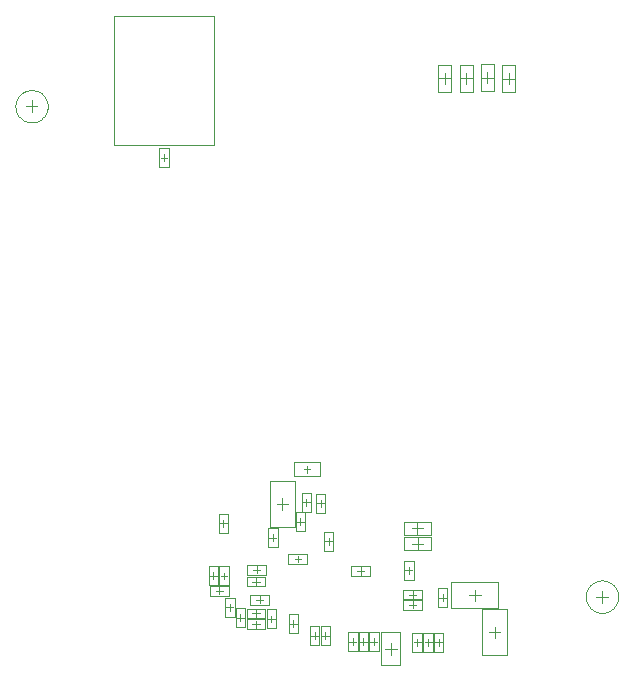
<source format=gbr>
%FSLAX44Y44*%
%MOMM*%
%SFA1B1*%

%IPPOS*%
%ADD117C,0.100000*%
%ADD124C,0.050000*%
G54D117*
X318999Y63999D02*
Y73999D01*
X313999Y68999D02*
X323999D01*
X385249Y114249D02*
X395249D01*
X390249Y109249D02*
Y119249D01*
X497999Y108249D02*
Y118249D01*
X492999Y113249D02*
X502999D01*
X14999Y523499D02*
Y533499D01*
X9999Y528499D02*
X19999D01*
G54D124*
X511699Y113249D02*
D01*
X511666Y114205*
X511566Y115156*
X511400Y116098*
X511169Y117026*
X510873Y117935*
X510515Y118822*
X510096Y119681*
X509618Y120509*
X509083Y121302*
X508494Y122056*
X507854Y122766*
X507166Y123431*
X506434Y124045*
X505660Y124607*
X504849Y125114*
X504005Y125563*
X503132Y125952*
X502233Y126279*
X501314Y126542*
X500378Y126741*
X499431Y126874*
X498478Y126941*
X497521*
X496567Y126874*
X495620Y126741*
X494685Y126542*
X493766Y126279*
X492867Y125952*
X491994Y125563*
X491149Y125114*
X490338Y124607*
X489565Y124045*
X488832Y123431*
X488144Y122766*
X487504Y122056*
X486916Y121302*
X486381Y120509*
X485903Y119681*
X485484Y118822*
X485126Y117935*
X484830Y117026*
X484599Y116098*
X484433Y115156*
X484333Y114205*
X484299Y113249*
X484333Y112294*
X484433Y111343*
X484599Y110401*
X484830Y109473*
X485126Y108564*
X485484Y107677*
X485903Y106818*
X486381Y105989*
X486916Y105197*
X487504Y104443*
X488144Y103733*
X488832Y103068*
X489565Y102454*
X490338Y101892*
X491149Y101385*
X491994Y100936*
X492867Y100547*
X493766Y100220*
X494685Y99956*
X495620Y99757*
X496567Y99624*
X497521Y99558*
X498478*
X499431Y99624*
X500378Y99757*
X501314Y99956*
X502233Y100220*
X503132Y100547*
X504005Y100936*
X504849Y101385*
X505660Y101892*
X506434Y102454*
X507166Y103068*
X507854Y103733*
X508494Y104443*
X509083Y105197*
X509618Y105989*
X510096Y106818*
X510515Y107677*
X510873Y108564*
X511169Y109473*
X511400Y110401*
X511566Y111343*
X511666Y112294*
X511699Y113249*
X28699Y528499D02*
D01*
X28666Y529455*
X28566Y530406*
X28400Y531348*
X28169Y532276*
X27873Y533185*
X27515Y534072*
X27096Y534931*
X26618Y535759*
X26083Y536552*
X25494Y537306*
X24854Y538016*
X24167Y538680*
X23434Y539295*
X22660Y539857*
X21849Y540364*
X21005Y540813*
X20132Y541202*
X19233Y541529*
X18314Y541792*
X17378Y541991*
X16432Y542124*
X15477Y542191*
X14521*
X13567Y542124*
X12621Y541991*
X11685Y541792*
X10766Y541529*
X9867Y541202*
X8994Y540813*
X8149Y540364*
X7338Y539857*
X6565Y539295*
X5832Y538680*
X5145Y538016*
X4504Y537306*
X3916Y536552*
X3381Y535759*
X2903Y534931*
X2484Y534072*
X2125Y533185*
X1830Y532276*
X1599Y531348*
X1433Y530406*
X1333Y529455*
X1299Y528499*
X1333Y527544*
X1433Y526593*
X1599Y525651*
X1830Y524723*
X2125Y523814*
X2484Y522927*
X2903Y522068*
X3381Y521240*
X3916Y520447*
X4504Y519693*
X5145Y518982*
X5832Y518318*
X6565Y517704*
X7338Y517141*
X8149Y516635*
X8994Y516186*
X9867Y515797*
X10766Y515470*
X11685Y515206*
X12621Y515008*
X13567Y514875*
X14521Y514808*
X15477*
X16432Y514875*
X17378Y515008*
X18314Y515206*
X19233Y515470*
X20132Y515797*
X21005Y516186*
X21849Y516635*
X22660Y517141*
X23434Y517704*
X24167Y518318*
X24854Y518982*
X25494Y519693*
X26083Y520447*
X26618Y521240*
X27096Y522068*
X27515Y522927*
X27873Y523814*
X28169Y524723*
X28400Y525651*
X28566Y526593*
X28666Y527544*
X28699Y528499*
X341749Y166499D02*
Y175999D01*
X336999Y171249D02*
X346499D01*
X330249Y176749D02*
X353249D01*
X330249Y165749D02*
X353249D01*
X330249D02*
Y176749D01*
X353249Y165749D02*
Y176749D01*
X396499Y102499D02*
X417499D01*
X396499Y63500D02*
X417499D01*
Y102499*
X396499Y63500D02*
Y102499D01*
X406999Y78249D02*
Y87749D01*
X402249Y82999D02*
X411749D01*
X173499Y167249D02*
X181499D01*
X173499Y183249D02*
X181499D01*
X173499Y167249D02*
Y183249D01*
X181499Y167249D02*
Y183249D01*
X177499Y172249D02*
Y178249D01*
X174499Y175249D02*
X180499D01*
X181989Y114109D02*
Y122109D01*
X165989Y114109D02*
Y122109D01*
Y114109D02*
X181989D01*
X165989Y122109D02*
X181989D01*
X170989Y118110D02*
X176989D01*
X173990Y115109D02*
Y121109D01*
X164909Y138809D02*
X172909D01*
X164909Y122809D02*
X172909D01*
Y138809*
X164909Y122809D02*
Y138809D01*
X168910Y127809D02*
Y133809D01*
X165909Y130810D02*
X171909D01*
X196999Y85999D02*
Y93999D01*
X212999Y85999D02*
Y93999D01*
X196999D02*
X212999D01*
X196999Y85999D02*
X212999D01*
X201999Y89999D02*
X207999D01*
X204999Y86999D02*
Y92999D01*
X212999Y94999D02*
Y102999D01*
X196999Y94999D02*
Y102999D01*
Y94999D02*
X212999D01*
X196999Y102999D02*
X212999D01*
X201999Y98999D02*
X207999D01*
X204999Y95999D02*
Y101999D01*
X259749Y88249D02*
X267749D01*
X259749Y72249D02*
X267749D01*
Y88249*
X259749Y72249D02*
Y88249D01*
X263749Y77249D02*
Y83249D01*
X260749Y80249D02*
X266749D01*
X250749Y88249D02*
X258749D01*
X250749Y72249D02*
X258749D01*
Y88249*
X250749Y72249D02*
Y88249D01*
X254749Y77249D02*
Y83249D01*
X251749Y80249D02*
X257749D01*
X358999Y104499D02*
X366999D01*
X358999Y120499D02*
X366999D01*
X358999Y104499D02*
Y120499D01*
X366999Y104499D02*
Y120499D01*
X362999Y109499D02*
Y115499D01*
X359999Y112499D02*
X365999D01*
X255749Y184499D02*
X263749D01*
X255749Y200499D02*
X263749D01*
X255749Y184499D02*
Y200499D01*
X263749Y184499D02*
Y200499D01*
X259749Y189499D02*
Y195499D01*
X256749Y192499D02*
X262749D01*
X178879Y112139D02*
X186879D01*
X178879Y96139D02*
X186879D01*
Y112139*
X178879Y96139D02*
Y112139D01*
X182880Y101139D02*
Y107139D01*
X179879Y104140D02*
X185879D01*
X213499Y131999D02*
Y139999D01*
X197499Y131999D02*
Y139999D01*
Y131999D02*
X213499D01*
X197499Y139999D02*
X213499D01*
X202499Y135999D02*
X208499D01*
X205499Y132999D02*
Y138999D01*
X212999Y121999D02*
Y129999D01*
X196999Y121999D02*
Y129999D01*
Y121999D02*
X212999D01*
X196999Y129999D02*
X212999D01*
X201999Y125999D02*
X207999D01*
X204999Y122999D02*
Y128999D01*
X262499Y168249D02*
X270499D01*
X262499Y152249D02*
X270499D01*
X262499D02*
Y168249D01*
X270499Y152249D02*
Y168249D01*
X266499Y157249D02*
Y163249D01*
X263499Y160249D02*
X269499D01*
X216279Y106489D02*
Y114489D01*
X200279Y106489D02*
Y114489D01*
Y106489D02*
X216279D01*
X200279Y114489D02*
X216279D01*
X205279Y110490D02*
X211279D01*
X208280Y107489D02*
Y113489D01*
X329749Y110999D02*
Y118999D01*
X345749Y110999D02*
Y118999D01*
X329749D02*
X345749D01*
X329749Y110999D02*
X345749D01*
X334749Y114999D02*
X340749D01*
X337749Y111999D02*
Y117999D01*
X187769Y103249D02*
X195769D01*
X187769Y87249D02*
X195769D01*
Y103249*
X187769Y87249D02*
Y103249D01*
X191770Y92249D02*
Y98249D01*
X188769Y95250D02*
X194769D01*
X243649Y185039D02*
X251649D01*
X243649Y201039D02*
X251649D01*
X243649Y185039D02*
Y201039D01*
X251649Y185039D02*
Y201039D01*
X247650Y190039D02*
Y196039D01*
X244649Y193040D02*
X250649D01*
X232749Y98499D02*
X240749D01*
X232749Y82499D02*
X240749D01*
Y98499*
X232749Y82499D02*
Y98499D01*
X236749Y87499D02*
Y93499D01*
X233749Y90499D02*
X239749D01*
X238569Y168529D02*
X246569D01*
X238569Y184529D02*
X246569D01*
X238569Y168529D02*
Y184529D01*
X246569Y168529D02*
Y184529D01*
X242570Y173529D02*
Y179529D01*
X239569Y176530D02*
X245569D01*
X329749Y102249D02*
Y110249D01*
X345749Y102249D02*
Y110249D01*
X329749D02*
X345749D01*
X329749Y102249D02*
X345749D01*
X334749Y106249D02*
X340749D01*
X337749Y103249D02*
Y109249D01*
X337499Y82749D02*
X345499D01*
X337499Y66749D02*
X345499D01*
Y82749*
X337499Y66749D02*
Y82749D01*
X341499Y71749D02*
Y77749D01*
X338499Y74749D02*
X344499D01*
X355749Y66749D02*
X363749D01*
X355749Y82749D02*
X363749D01*
X355749Y66749D02*
Y82749D01*
X363749Y66749D02*
Y82749D01*
X359749Y71749D02*
Y77749D01*
X356749Y74749D02*
X362749D01*
X346749Y82749D02*
X354749D01*
X346749Y66749D02*
X354749D01*
Y82749*
X346749Y66749D02*
Y82749D01*
X350749Y71749D02*
Y77749D01*
X347749Y74749D02*
X353749D01*
X300799Y82929D02*
X308799D01*
X300799Y66929D02*
X308799D01*
Y82929*
X300799Y66929D02*
Y82929D01*
X304800Y71929D02*
Y77929D01*
X301799Y74930D02*
X307799D01*
X283019Y66929D02*
X291019D01*
X283019Y82929D02*
X291019D01*
X283019Y66929D02*
Y82929D01*
X291019Y66929D02*
Y82929D01*
X287020Y71929D02*
Y77929D01*
X284019Y74930D02*
X290019D01*
X291909Y82929D02*
X299909D01*
X291909Y66929D02*
X299909D01*
Y82929*
X291909Y66929D02*
Y82929D01*
X295910Y71929D02*
Y77929D01*
X292909Y74930D02*
X298909D01*
X301499Y130999D02*
Y138999D01*
X285499Y130999D02*
Y138999D01*
X301499*
X285499Y130999D02*
X301499D01*
X290499Y134999D02*
X296499D01*
X293499Y131999D02*
Y137999D01*
X232499Y140999D02*
Y148999D01*
X248499Y140999D02*
Y148999D01*
X232499Y140999D02*
X248499D01*
X232499Y148999D02*
X248499D01*
X237749Y144999D02*
X243249D01*
X240499Y142249D02*
Y147749D01*
X173799Y138809D02*
X181799D01*
X173799Y122809D02*
X181799D01*
Y138809*
X173799Y122809D02*
Y138809D01*
X177800Y128059D02*
Y133559D01*
X175049Y130810D02*
X180549D01*
X213999Y86499D02*
X221999D01*
X213999Y102499D02*
X221999D01*
X213999Y86499D02*
Y102499D01*
X221999Y86499D02*
Y102499D01*
X217999Y91749D02*
Y97249D01*
X215249Y94499D02*
X220749D01*
X413499Y540249D02*
X424499D01*
X413499Y563249D02*
X424499D01*
X413499Y540249D02*
Y563249D01*
X424499Y540249D02*
Y563249D01*
X418999Y546999D02*
Y556499D01*
X414249Y551749D02*
X423749D01*
X377332Y540499D02*
X388332D01*
X377332Y563499D02*
X388332D01*
X377332Y540499D02*
Y563499D01*
X388332Y540499D02*
Y563499D01*
X382832Y547249D02*
Y556749D01*
X378082Y551999D02*
X387582D01*
X395416Y540999D02*
X406416D01*
X395416Y563999D02*
X406416D01*
X395416Y540999D02*
Y563999D01*
X406416Y540999D02*
Y563999D01*
X400916Y547749D02*
Y557249D01*
X396166Y552499D02*
X405666D01*
X359249Y540499D02*
X370249D01*
X359249Y563499D02*
X370249D01*
X359249Y540499D02*
Y563499D01*
X370249Y540499D02*
Y563499D01*
X364749Y547249D02*
Y556749D01*
X359999Y551999D02*
X369499D01*
X330499Y127499D02*
X338499D01*
X330499Y143499D02*
X338499D01*
X330499Y127499D02*
Y143499D01*
X338499Y127499D02*
Y143499D01*
X334499Y132499D02*
Y138499D01*
X331499Y135499D02*
X337499D01*
X215249Y171249D02*
X223249D01*
X215249Y155249D02*
X223249D01*
Y171249*
X215249Y155249D02*
Y171249D01*
X219249Y160249D02*
Y166249D01*
X216249Y163249D02*
X222250D01*
X216829Y211159D02*
X237829D01*
X216829Y172159D02*
X237829D01*
Y211159*
X216829Y172159D02*
Y211159D01*
X227330Y186909D02*
Y196409D01*
X222579Y191659D02*
X232079D01*
X310999Y54999D02*
X326999D01*
X310999Y82999D02*
X326999D01*
X310999Y54999D02*
Y82999D01*
X326999Y54999D02*
Y82999D01*
X370249Y103249D02*
Y125249D01*
X410249Y103249D02*
Y125249D01*
X370249D02*
X410249D01*
X370249Y103249D02*
X410249D01*
X122999Y476999D02*
X130999D01*
X122999Y492999D02*
X130999D01*
X122999Y476999D02*
Y492999D01*
X130999Y476999D02*
Y492999D01*
X127000Y482249D02*
Y487749D01*
X124249Y484999D02*
X129749D01*
X247999Y218249D02*
Y223749D01*
X245249Y220999D02*
X250749D01*
X236999Y226999D02*
X258999D01*
X236999Y214999D02*
X258999D01*
X236999D02*
Y226999D01*
X258999Y214999D02*
Y226999D01*
X341999Y153499D02*
Y162999D01*
X337249Y158249D02*
X346749D01*
X330499Y163749D02*
X353499D01*
X330499Y152749D02*
X353499D01*
X330499D02*
Y163749D01*
X353499Y152749D02*
Y163749D01*
X169149Y495499D02*
Y604520D01*
X84649Y495499D02*
X169149D01*
X84649D02*
Y604520D01*
X169149D01*
M02*
</source>
